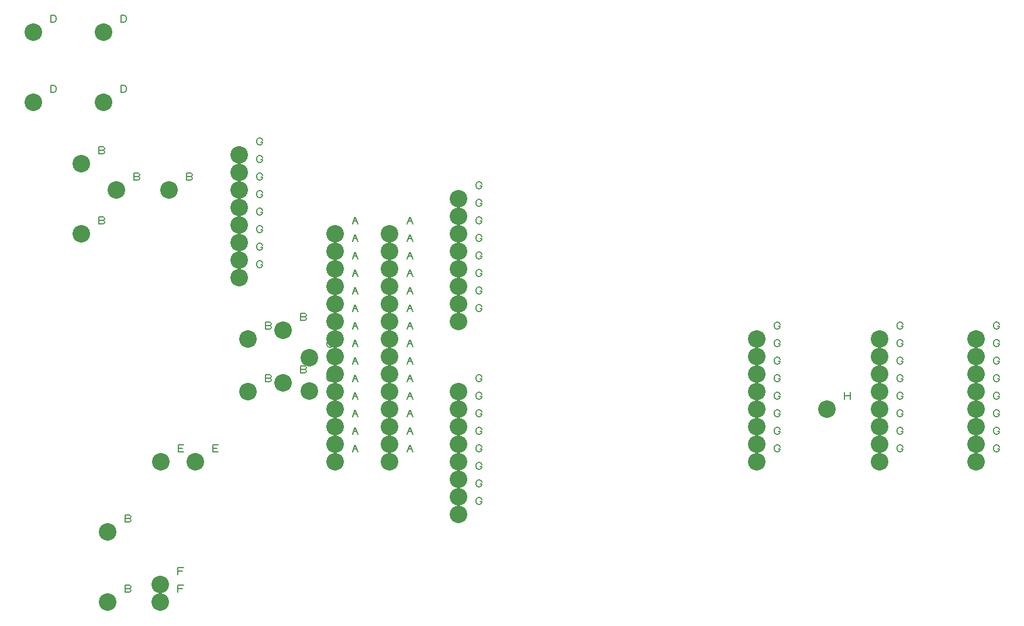
<source format=gbr>
G04 EasyPC Gerber Version 21.0.3 Build 4286 *
G04 #@! TF.Part,Single*
G04 #@! TF.FileFunction,Drillmap *
G04 #@! TF.FilePolarity,Positive *
%FSLAX35Y35*%
%MOIN*%
%ADD11C,0.00500*%
G04 #@! TA.AperFunction,ComponentPad*
%ADD73C,0.10000*%
X0Y0D02*
D02*
D11*
X44148Y324534D02*
Y328284D01*
X46023*
X46648Y327972*
X46960Y327659*
X47273Y327034*
Y325784*
X46960Y325159*
X46648Y324846*
X46023Y324534*
X44148*
Y364534D02*
Y368284D01*
X46023*
X46648Y367972*
X46960Y367659*
X47273Y367034*
Y365784*
X46960Y365159*
X46648Y364846*
X46023Y364534*
X44148*
X73894Y251409D02*
X74519Y251096D01*
X74832Y250472*
X74519Y249846*
X73894Y249534*
X71707*
Y253284*
X73894*
X74519Y252972*
X74832Y252346*
X74519Y251722*
X73894Y251409*
X71707*
X73894Y291409D02*
X74519Y291096D01*
X74832Y290472*
X74519Y289846*
X73894Y289534*
X71707*
Y293284*
X73894*
X74519Y292972*
X74832Y292346*
X74519Y291722*
X73894Y291409*
X71707*
X84148Y324534D02*
Y328284D01*
X86023*
X86648Y327972*
X86960Y327659*
X87273Y327034*
Y325784*
X86960Y325159*
X86648Y324846*
X86023Y324534*
X84148*
Y364534D02*
Y368284D01*
X86023*
X86648Y367972*
X86960Y367659*
X87273Y367034*
Y365784*
X86960Y365159*
X86648Y364846*
X86023Y364534*
X84148*
X88894Y41409D02*
X89519Y41096D01*
X89832Y40472*
X89519Y39846*
X88894Y39534*
X86707*
Y43284*
X88894*
X89519Y42972*
X89832Y42346*
X89519Y41722*
X88894Y41409*
X86707*
X88894Y81409D02*
X89519Y81096D01*
X89832Y80472*
X89519Y79846*
X88894Y79534*
X86707*
Y83284*
X88894*
X89519Y82972*
X89832Y82346*
X89519Y81722*
X88894Y81409*
X86707*
X93894Y276409D02*
X94519Y276096D01*
X94832Y275472*
X94519Y274846*
X93894Y274534*
X91707*
Y278284*
X93894*
X94519Y277972*
X94832Y277346*
X94519Y276722*
X93894Y276409*
X91707*
X116707Y39534D02*
Y43284D01*
X119832*
X119207Y41409D02*
X116707D01*
Y49534D02*
Y53284D01*
X119832*
X119207Y51409D02*
X116707D01*
X116864Y119534D02*
Y123284D01*
X119989*
X119364Y121409D02*
X116864D01*
Y119534D02*
X119989D01*
X123894Y276409D02*
X124519Y276096D01*
X124832Y275472*
X124519Y274846*
X123894Y274534*
X121707*
Y278284*
X123894*
X124519Y277972*
X124832Y277346*
X124519Y276722*
X123894Y276409*
X121707*
X136549Y119534D02*
Y123284D01*
X139674*
X139049Y121409D02*
X136549D01*
Y119534D02*
X139674D01*
X163894Y226096D02*
X164832D01*
Y225784*
X164519Y225159*
X164207Y224846*
X163582Y224534*
X162957*
X162332Y224846*
X162019Y225159*
X161707Y225784*
Y227034*
X162019Y227659*
X162332Y227972*
X162957Y228284*
X163582*
X164207Y227972*
X164519Y227659*
X164832Y227034*
X163894Y236096D02*
X164832D01*
Y235784*
X164519Y235159*
X164207Y234846*
X163582Y234534*
X162957*
X162332Y234846*
X162019Y235159*
X161707Y235784*
Y237034*
X162019Y237659*
X162332Y237972*
X162957Y238284*
X163582*
X164207Y237972*
X164519Y237659*
X164832Y237034*
X163894Y246096D02*
X164832D01*
Y245784*
X164519Y245159*
X164207Y244846*
X163582Y244534*
X162957*
X162332Y244846*
X162019Y245159*
X161707Y245784*
Y247034*
X162019Y247659*
X162332Y247972*
X162957Y248284*
X163582*
X164207Y247972*
X164519Y247659*
X164832Y247034*
X163894Y256096D02*
X164832D01*
Y255784*
X164519Y255159*
X164207Y254846*
X163582Y254534*
X162957*
X162332Y254846*
X162019Y255159*
X161707Y255784*
Y257034*
X162019Y257659*
X162332Y257972*
X162957Y258284*
X163582*
X164207Y257972*
X164519Y257659*
X164832Y257034*
X163894Y266096D02*
X164832D01*
Y265784*
X164519Y265159*
X164207Y264846*
X163582Y264534*
X162957*
X162332Y264846*
X162019Y265159*
X161707Y265784*
Y267034*
X162019Y267659*
X162332Y267972*
X162957Y268284*
X163582*
X164207Y267972*
X164519Y267659*
X164832Y267034*
X163894Y276096D02*
X164832D01*
Y275784*
X164519Y275159*
X164207Y274846*
X163582Y274534*
X162957*
X162332Y274846*
X162019Y275159*
X161707Y275784*
Y277034*
X162019Y277659*
X162332Y277972*
X162957Y278284*
X163582*
X164207Y277972*
X164519Y277659*
X164832Y277034*
X163894Y286096D02*
X164832D01*
Y285784*
X164519Y285159*
X164207Y284846*
X163582Y284534*
X162957*
X162332Y284846*
X162019Y285159*
X161707Y285784*
Y287034*
X162019Y287659*
X162332Y287972*
X162957Y288284*
X163582*
X164207Y287972*
X164519Y287659*
X164832Y287034*
X163894Y296096D02*
X164832D01*
Y295784*
X164519Y295159*
X164207Y294846*
X163582Y294534*
X162957*
X162332Y294846*
X162019Y295159*
X161707Y295784*
Y297034*
X162019Y297659*
X162332Y297972*
X162957Y298284*
X163582*
X164207Y297972*
X164519Y297659*
X164832Y297034*
X168894Y161409D02*
X169519Y161096D01*
X169832Y160472*
X169519Y159846*
X168894Y159534*
X166707*
Y163284*
X168894*
X169519Y162972*
X169832Y162346*
X169519Y161722*
X168894Y161409*
X166707*
X168894Y191409D02*
X169519Y191096D01*
X169832Y190472*
X169519Y189846*
X168894Y189534*
X166707*
Y193284*
X168894*
X169519Y192972*
X169832Y192346*
X169519Y191722*
X168894Y191409*
X166707*
X188894Y166409D02*
X189519Y166096D01*
X189832Y165472*
X189519Y164846*
X188894Y164534*
X186707*
Y168284*
X188894*
X189519Y167972*
X189832Y167346*
X189519Y166722*
X188894Y166409*
X186707*
X188894Y196409D02*
X189519Y196096D01*
X189832Y195472*
X189519Y194846*
X188894Y194534*
X186707*
Y198284*
X188894*
X189519Y197972*
X189832Y197346*
X189519Y196722*
X188894Y196409*
X186707*
X204832Y160553D02*
X204519Y160240D01*
X203894Y159928*
X202957*
X202332Y160240*
X202019Y160553*
X201707Y161178*
Y162428*
X202019Y163053*
X202332Y163365*
X202957Y163678*
X203894*
X204519Y163365*
X204832Y163053*
Y179765D02*
X204519Y179453D01*
X203894Y179140*
X202957*
X202332Y179453*
X202019Y179765*
X201707Y180390*
Y181640*
X202019Y182265*
X202332Y182578*
X202957Y182890*
X203894*
X204519Y182578*
X204832Y182265*
X216081Y119534D02*
X217643Y123284D01*
X219206Y119534*
X216706Y121096D02*
X218581D01*
X216081Y129534D02*
X217643Y133284D01*
X219206Y129534*
X216706Y131096D02*
X218581D01*
X216081Y139534D02*
X217643Y143284D01*
X219206Y139534*
X216706Y141096D02*
X218581D01*
X216081Y149534D02*
X217643Y153284D01*
X219206Y149534*
X216706Y151096D02*
X218581D01*
X216081Y159534D02*
X217643Y163284D01*
X219206Y159534*
X216706Y161096D02*
X218581D01*
X216081Y169534D02*
X217643Y173284D01*
X219206Y169534*
X216706Y171096D02*
X218581D01*
X216081Y179534D02*
X217643Y183284D01*
X219206Y179534*
X216706Y181096D02*
X218581D01*
X216081Y189534D02*
X217643Y193284D01*
X219206Y189534*
X216706Y191096D02*
X218581D01*
X216081Y199534D02*
X217643Y203284D01*
X219206Y199534*
X216706Y201096D02*
X218581D01*
X216081Y209534D02*
X217643Y213284D01*
X219206Y209534*
X216706Y211096D02*
X218581D01*
X216081Y219534D02*
X217643Y223284D01*
X219206Y219534*
X216706Y221096D02*
X218581D01*
X216081Y229534D02*
X217643Y233284D01*
X219206Y229534*
X216706Y231096D02*
X218581D01*
X216081Y239534D02*
X217643Y243284D01*
X219206Y239534*
X216706Y241096D02*
X218581D01*
X216081Y249534D02*
X217643Y253284D01*
X219206Y249534*
X216706Y251096D02*
X218581D01*
X247333Y119534D02*
X248895Y123284D01*
X250458Y119534*
X247958Y121096D02*
X249833D01*
X247333Y129534D02*
X248895Y133284D01*
X250458Y129534*
X247958Y131096D02*
X249833D01*
X247333Y139534D02*
X248895Y143284D01*
X250458Y139534*
X247958Y141096D02*
X249833D01*
X247333Y149534D02*
X248895Y153284D01*
X250458Y149534*
X247958Y151096D02*
X249833D01*
X247333Y159534D02*
X248895Y163284D01*
X250458Y159534*
X247958Y161096D02*
X249833D01*
X247333Y169534D02*
X248895Y173284D01*
X250458Y169534*
X247958Y171096D02*
X249833D01*
X247333Y179534D02*
X248895Y183284D01*
X250458Y179534*
X247958Y181096D02*
X249833D01*
X247333Y189534D02*
X248895Y193284D01*
X250458Y189534*
X247958Y191096D02*
X249833D01*
X247333Y199534D02*
X248895Y203284D01*
X250458Y199534*
X247958Y201096D02*
X249833D01*
X247333Y209534D02*
X248895Y213284D01*
X250458Y209534*
X247958Y211096D02*
X249833D01*
X247333Y219534D02*
X248895Y223284D01*
X250458Y219534*
X247958Y221096D02*
X249833D01*
X247333Y229534D02*
X248895Y233284D01*
X250458Y229534*
X247958Y231096D02*
X249833D01*
X247333Y239534D02*
X248895Y243284D01*
X250458Y239534*
X247958Y241096D02*
X249833D01*
X247333Y249534D02*
X248895Y253284D01*
X250458Y249534*
X247958Y251096D02*
X249833D01*
X288894Y91096D02*
X289832D01*
Y90784*
X289519Y90159*
X289207Y89846*
X288582Y89534*
X287957*
X287332Y89846*
X287019Y90159*
X286707Y90784*
Y92034*
X287019Y92659*
X287332Y92972*
X287957Y93284*
X288582*
X289207Y92972*
X289519Y92659*
X289832Y92034*
X288894Y101096D02*
X289832D01*
Y100784*
X289519Y100159*
X289207Y99846*
X288582Y99534*
X287957*
X287332Y99846*
X287019Y100159*
X286707Y100784*
Y102034*
X287019Y102659*
X287332Y102972*
X287957Y103284*
X288582*
X289207Y102972*
X289519Y102659*
X289832Y102034*
X288894Y111096D02*
X289832D01*
Y110784*
X289519Y110159*
X289207Y109846*
X288582Y109534*
X287957*
X287332Y109846*
X287019Y110159*
X286707Y110784*
Y112034*
X287019Y112659*
X287332Y112972*
X287957Y113284*
X288582*
X289207Y112972*
X289519Y112659*
X289832Y112034*
X288894Y121096D02*
X289832D01*
Y120784*
X289519Y120159*
X289207Y119846*
X288582Y119534*
X287957*
X287332Y119846*
X287019Y120159*
X286707Y120784*
Y122034*
X287019Y122659*
X287332Y122972*
X287957Y123284*
X288582*
X289207Y122972*
X289519Y122659*
X289832Y122034*
X288894Y131096D02*
X289832D01*
Y130784*
X289519Y130159*
X289207Y129846*
X288582Y129534*
X287957*
X287332Y129846*
X287019Y130159*
X286707Y130784*
Y132034*
X287019Y132659*
X287332Y132972*
X287957Y133284*
X288582*
X289207Y132972*
X289519Y132659*
X289832Y132034*
X288894Y141096D02*
X289832D01*
Y140784*
X289519Y140159*
X289207Y139846*
X288582Y139534*
X287957*
X287332Y139846*
X287019Y140159*
X286707Y140784*
Y142034*
X287019Y142659*
X287332Y142972*
X287957Y143284*
X288582*
X289207Y142972*
X289519Y142659*
X289832Y142034*
X288894Y151096D02*
X289832D01*
Y150784*
X289519Y150159*
X289207Y149846*
X288582Y149534*
X287957*
X287332Y149846*
X287019Y150159*
X286707Y150784*
Y152034*
X287019Y152659*
X287332Y152972*
X287957Y153284*
X288582*
X289207Y152972*
X289519Y152659*
X289832Y152034*
X288894Y161096D02*
X289832D01*
Y160784*
X289519Y160159*
X289207Y159846*
X288582Y159534*
X287957*
X287332Y159846*
X287019Y160159*
X286707Y160784*
Y162034*
X287019Y162659*
X287332Y162972*
X287957Y163284*
X288582*
X289207Y162972*
X289519Y162659*
X289832Y162034*
X288894Y201096D02*
X289832D01*
Y200784*
X289519Y200159*
X289207Y199846*
X288582Y199534*
X287957*
X287332Y199846*
X287019Y200159*
X286707Y200784*
Y202034*
X287019Y202659*
X287332Y202972*
X287957Y203284*
X288582*
X289207Y202972*
X289519Y202659*
X289832Y202034*
X288894Y211096D02*
X289832D01*
Y210784*
X289519Y210159*
X289207Y209846*
X288582Y209534*
X287957*
X287332Y209846*
X287019Y210159*
X286707Y210784*
Y212034*
X287019Y212659*
X287332Y212972*
X287957Y213284*
X288582*
X289207Y212972*
X289519Y212659*
X289832Y212034*
X288894Y221096D02*
X289832D01*
Y220784*
X289519Y220159*
X289207Y219846*
X288582Y219534*
X287957*
X287332Y219846*
X287019Y220159*
X286707Y220784*
Y222034*
X287019Y222659*
X287332Y222972*
X287957Y223284*
X288582*
X289207Y222972*
X289519Y222659*
X289832Y222034*
X288894Y231096D02*
X289832D01*
Y230784*
X289519Y230159*
X289207Y229846*
X288582Y229534*
X287957*
X287332Y229846*
X287019Y230159*
X286707Y230784*
Y232034*
X287019Y232659*
X287332Y232972*
X287957Y233284*
X288582*
X289207Y232972*
X289519Y232659*
X289832Y232034*
X288894Y241096D02*
X289832D01*
Y240784*
X289519Y240159*
X289207Y239846*
X288582Y239534*
X287957*
X287332Y239846*
X287019Y240159*
X286707Y240784*
Y242034*
X287019Y242659*
X287332Y242972*
X287957Y243284*
X288582*
X289207Y242972*
X289519Y242659*
X289832Y242034*
X288894Y251096D02*
X289832D01*
Y250784*
X289519Y250159*
X289207Y249846*
X288582Y249534*
X287957*
X287332Y249846*
X287019Y250159*
X286707Y250784*
Y252034*
X287019Y252659*
X287332Y252972*
X287957Y253284*
X288582*
X289207Y252972*
X289519Y252659*
X289832Y252034*
X288894Y261096D02*
X289832D01*
Y260784*
X289519Y260159*
X289207Y259846*
X288582Y259534*
X287957*
X287332Y259846*
X287019Y260159*
X286707Y260784*
Y262034*
X287019Y262659*
X287332Y262972*
X287957Y263284*
X288582*
X289207Y262972*
X289519Y262659*
X289832Y262034*
X288894Y271096D02*
X289832D01*
Y270784*
X289519Y270159*
X289207Y269846*
X288582Y269534*
X287957*
X287332Y269846*
X287019Y270159*
X286707Y270784*
Y272034*
X287019Y272659*
X287332Y272972*
X287957Y273284*
X288582*
X289207Y272972*
X289519Y272659*
X289832Y272034*
X458894Y121096D02*
X459832D01*
Y120784*
X459519Y120159*
X459207Y119846*
X458582Y119534*
X457957*
X457332Y119846*
X457019Y120159*
X456707Y120784*
Y122034*
X457019Y122659*
X457332Y122972*
X457957Y123284*
X458582*
X459207Y122972*
X459519Y122659*
X459832Y122034*
X458894Y131096D02*
X459832D01*
Y130784*
X459519Y130159*
X459207Y129846*
X458582Y129534*
X457957*
X457332Y129846*
X457019Y130159*
X456707Y130784*
Y132034*
X457019Y132659*
X457332Y132972*
X457957Y133284*
X458582*
X459207Y132972*
X459519Y132659*
X459832Y132034*
X458894Y141096D02*
X459832D01*
Y140784*
X459519Y140159*
X459207Y139846*
X458582Y139534*
X457957*
X457332Y139846*
X457019Y140159*
X456707Y140784*
Y142034*
X457019Y142659*
X457332Y142972*
X457957Y143284*
X458582*
X459207Y142972*
X459519Y142659*
X459832Y142034*
X458894Y151096D02*
X459832D01*
Y150784*
X459519Y150159*
X459207Y149846*
X458582Y149534*
X457957*
X457332Y149846*
X457019Y150159*
X456707Y150784*
Y152034*
X457019Y152659*
X457332Y152972*
X457957Y153284*
X458582*
X459207Y152972*
X459519Y152659*
X459832Y152034*
X458894Y161096D02*
X459832D01*
Y160784*
X459519Y160159*
X459207Y159846*
X458582Y159534*
X457957*
X457332Y159846*
X457019Y160159*
X456707Y160784*
Y162034*
X457019Y162659*
X457332Y162972*
X457957Y163284*
X458582*
X459207Y162972*
X459519Y162659*
X459832Y162034*
X458894Y171096D02*
X459832D01*
Y170784*
X459519Y170159*
X459207Y169846*
X458582Y169534*
X457957*
X457332Y169846*
X457019Y170159*
X456707Y170784*
Y172034*
X457019Y172659*
X457332Y172972*
X457957Y173284*
X458582*
X459207Y172972*
X459519Y172659*
X459832Y172034*
X458894Y181096D02*
X459832D01*
Y180784*
X459519Y180159*
X459207Y179846*
X458582Y179534*
X457957*
X457332Y179846*
X457019Y180159*
X456707Y180784*
Y182034*
X457019Y182659*
X457332Y182972*
X457957Y183284*
X458582*
X459207Y182972*
X459519Y182659*
X459832Y182034*
X458894Y191096D02*
X459832D01*
Y190784*
X459519Y190159*
X459207Y189846*
X458582Y189534*
X457957*
X457332Y189846*
X457019Y190159*
X456707Y190784*
Y192034*
X457019Y192659*
X457332Y192972*
X457957Y193284*
X458582*
X459207Y192972*
X459519Y192659*
X459832Y192034*
X496707Y149534D02*
Y153284D01*
Y151409D02*
X499832D01*
Y149534D02*
Y153284D01*
X528894Y121096D02*
X529832D01*
Y120784*
X529519Y120159*
X529207Y119846*
X528582Y119534*
X527957*
X527332Y119846*
X527019Y120159*
X526707Y120784*
Y122034*
X527019Y122659*
X527332Y122972*
X527957Y123284*
X528582*
X529207Y122972*
X529519Y122659*
X529832Y122034*
X528894Y131096D02*
X529832D01*
Y130784*
X529519Y130159*
X529207Y129846*
X528582Y129534*
X527957*
X527332Y129846*
X527019Y130159*
X526707Y130784*
Y132034*
X527019Y132659*
X527332Y132972*
X527957Y133284*
X528582*
X529207Y132972*
X529519Y132659*
X529832Y132034*
X528894Y141096D02*
X529832D01*
Y140784*
X529519Y140159*
X529207Y139846*
X528582Y139534*
X527957*
X527332Y139846*
X527019Y140159*
X526707Y140784*
Y142034*
X527019Y142659*
X527332Y142972*
X527957Y143284*
X528582*
X529207Y142972*
X529519Y142659*
X529832Y142034*
X528894Y151096D02*
X529832D01*
Y150784*
X529519Y150159*
X529207Y149846*
X528582Y149534*
X527957*
X527332Y149846*
X527019Y150159*
X526707Y150784*
Y152034*
X527019Y152659*
X527332Y152972*
X527957Y153284*
X528582*
X529207Y152972*
X529519Y152659*
X529832Y152034*
X528894Y161096D02*
X529832D01*
Y160784*
X529519Y160159*
X529207Y159846*
X528582Y159534*
X527957*
X527332Y159846*
X527019Y160159*
X526707Y160784*
Y162034*
X527019Y162659*
X527332Y162972*
X527957Y163284*
X528582*
X529207Y162972*
X529519Y162659*
X529832Y162034*
X528894Y171096D02*
X529832D01*
Y170784*
X529519Y170159*
X529207Y169846*
X528582Y169534*
X527957*
X527332Y169846*
X527019Y170159*
X526707Y170784*
Y172034*
X527019Y172659*
X527332Y172972*
X527957Y173284*
X528582*
X529207Y172972*
X529519Y172659*
X529832Y172034*
X528894Y181096D02*
X529832D01*
Y180784*
X529519Y180159*
X529207Y179846*
X528582Y179534*
X527957*
X527332Y179846*
X527019Y180159*
X526707Y180784*
Y182034*
X527019Y182659*
X527332Y182972*
X527957Y183284*
X528582*
X529207Y182972*
X529519Y182659*
X529832Y182034*
X528894Y191096D02*
X529832D01*
Y190784*
X529519Y190159*
X529207Y189846*
X528582Y189534*
X527957*
X527332Y189846*
X527019Y190159*
X526707Y190784*
Y192034*
X527019Y192659*
X527332Y192972*
X527957Y193284*
X528582*
X529207Y192972*
X529519Y192659*
X529832Y192034*
X583894Y121096D02*
X584832D01*
Y120784*
X584519Y120159*
X584207Y119846*
X583582Y119534*
X582957*
X582332Y119846*
X582019Y120159*
X581707Y120784*
Y122034*
X582019Y122659*
X582332Y122972*
X582957Y123284*
X583582*
X584207Y122972*
X584519Y122659*
X584832Y122034*
X583894Y131096D02*
X584832D01*
Y130784*
X584519Y130159*
X584207Y129846*
X583582Y129534*
X582957*
X582332Y129846*
X582019Y130159*
X581707Y130784*
Y132034*
X582019Y132659*
X582332Y132972*
X582957Y133284*
X583582*
X584207Y132972*
X584519Y132659*
X584832Y132034*
X583894Y141096D02*
X584832D01*
Y140784*
X584519Y140159*
X584207Y139846*
X583582Y139534*
X582957*
X582332Y139846*
X582019Y140159*
X581707Y140784*
Y142034*
X582019Y142659*
X582332Y142972*
X582957Y143284*
X583582*
X584207Y142972*
X584519Y142659*
X584832Y142034*
X583894Y151096D02*
X584832D01*
Y150784*
X584519Y150159*
X584207Y149846*
X583582Y149534*
X582957*
X582332Y149846*
X582019Y150159*
X581707Y150784*
Y152034*
X582019Y152659*
X582332Y152972*
X582957Y153284*
X583582*
X584207Y152972*
X584519Y152659*
X584832Y152034*
X583894Y161096D02*
X584832D01*
Y160784*
X584519Y160159*
X584207Y159846*
X583582Y159534*
X582957*
X582332Y159846*
X582019Y160159*
X581707Y160784*
Y162034*
X582019Y162659*
X582332Y162972*
X582957Y163284*
X583582*
X584207Y162972*
X584519Y162659*
X584832Y162034*
X583894Y171096D02*
X584832D01*
Y170784*
X584519Y170159*
X584207Y169846*
X583582Y169534*
X582957*
X582332Y169846*
X582019Y170159*
X581707Y170784*
Y172034*
X582019Y172659*
X582332Y172972*
X582957Y173284*
X583582*
X584207Y172972*
X584519Y172659*
X584832Y172034*
X583894Y181096D02*
X584832D01*
Y180784*
X584519Y180159*
X584207Y179846*
X583582Y179534*
X582957*
X582332Y179846*
X582019Y180159*
X581707Y180784*
Y182034*
X582019Y182659*
X582332Y182972*
X582957Y183284*
X583582*
X584207Y182972*
X584519Y182659*
X584832Y182034*
X583894Y191096D02*
X584832D01*
Y190784*
X584519Y190159*
X584207Y189846*
X583582Y189534*
X582957*
X582332Y189846*
X582019Y190159*
X581707Y190784*
Y192034*
X582019Y192659*
X582332Y192972*
X582957Y193284*
X583582*
X584207Y192972*
X584519Y192659*
X584832Y192034*
D02*
D73*
X34148Y318596D03*
Y358596D03*
X61707Y243596D03*
Y283596D03*
X74148Y318596D03*
Y358596D03*
X76707Y33596D03*
Y73596D03*
X81707Y268596D03*
X106707Y33596D03*
Y43596D03*
X106864Y113596D03*
X111707Y268596D03*
X126549Y113596D03*
X151707Y218596D03*
Y228596D03*
Y238596D03*
Y248596D03*
Y258596D03*
Y268596D03*
Y278596D03*
Y288596D03*
X156707Y153596D03*
Y183596D03*
X176707Y158596D03*
Y188596D03*
X191707Y153990D03*
Y173203D03*
X206081Y113596D03*
Y123596D03*
Y133596D03*
Y143596D03*
Y153596D03*
Y163596D03*
Y173596D03*
Y183596D03*
Y193596D03*
Y203596D03*
Y213596D03*
Y223596D03*
Y233596D03*
Y243596D03*
X237333Y113596D03*
Y123596D03*
Y133596D03*
Y143596D03*
Y153596D03*
Y163596D03*
Y173596D03*
Y183596D03*
Y193596D03*
Y203596D03*
Y213596D03*
Y223596D03*
Y233596D03*
Y243596D03*
X276707Y83596D03*
Y93596D03*
Y103596D03*
Y113596D03*
Y123596D03*
Y133596D03*
Y143596D03*
Y153596D03*
Y193596D03*
Y203596D03*
Y213596D03*
Y223596D03*
Y233596D03*
Y243596D03*
Y253596D03*
Y263596D03*
X446707Y113596D03*
Y123596D03*
Y133596D03*
Y143596D03*
Y153596D03*
Y163596D03*
Y173596D03*
Y183596D03*
X486707Y143596D03*
X516707Y113596D03*
Y123596D03*
Y133596D03*
Y143596D03*
Y153596D03*
Y163596D03*
Y173596D03*
Y183596D03*
X571707Y113596D03*
Y123596D03*
Y133596D03*
Y143596D03*
Y153596D03*
Y163596D03*
Y173596D03*
Y183596D03*
X0Y0D02*
M02*

</source>
